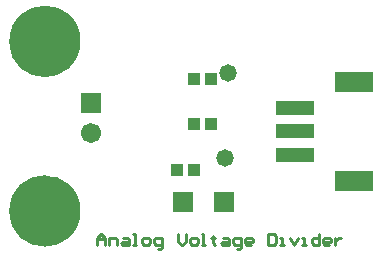
<source format=gts>
%FSLAX23Y23*%
%MOIN*%
G70*
G01*
G75*
G04 Layer_Color=8388736*
%ADD10R,0.118X0.059*%
%ADD11R,0.118X0.039*%
%ADD12R,0.059X0.059*%
%ADD13R,0.031X0.035*%
%ADD14C,0.010*%
%ADD15R,0.059X0.059*%
%ADD16C,0.059*%
%ADD17C,0.050*%
%ADD18C,0.039*%
%ADD19C,0.236*%
%ADD20C,0.008*%
%ADD21C,0.000*%
%ADD22C,0.004*%
%ADD23C,0.059*%
%ADD24R,0.126X0.067*%
%ADD25R,0.126X0.047*%
%ADD26R,0.067X0.067*%
%ADD27R,0.039X0.043*%
%ADD28R,0.067X0.067*%
%ADD29C,0.067*%
%ADD30C,0.058*%
D14*
X340Y50D02*
Y76D01*
X353Y89D01*
X366Y76D01*
Y50D01*
Y70D01*
X340D01*
X379Y50D02*
Y76D01*
X399D01*
X406Y70D01*
Y50D01*
X425Y76D02*
X438D01*
X445Y70D01*
Y50D01*
X425D01*
X419Y57D01*
X425Y63D01*
X445D01*
X458Y50D02*
X471D01*
X465D01*
Y89D01*
X458D01*
X497Y50D02*
X511D01*
X517Y57D01*
Y70D01*
X511Y76D01*
X497D01*
X491Y70D01*
Y57D01*
X497Y50D01*
X543Y37D02*
X550D01*
X556Y43D01*
Y76D01*
X537D01*
X530Y70D01*
Y57D01*
X537Y50D01*
X556D01*
X609Y89D02*
Y63D01*
X622Y50D01*
X635Y63D01*
Y89D01*
X655Y50D02*
X668D01*
X675Y57D01*
Y70D01*
X668Y76D01*
X655D01*
X648Y70D01*
Y57D01*
X655Y50D01*
X688D02*
X701D01*
X694D01*
Y89D01*
X688D01*
X727Y83D02*
Y76D01*
X720D01*
X734D01*
X727D01*
Y57D01*
X734Y50D01*
X760Y76D02*
X773D01*
X779Y70D01*
Y50D01*
X760D01*
X753Y57D01*
X760Y63D01*
X779D01*
X806Y37D02*
X812D01*
X819Y43D01*
Y76D01*
X799D01*
X793Y70D01*
Y57D01*
X799Y50D01*
X819D01*
X852D02*
X839D01*
X832Y57D01*
Y70D01*
X839Y76D01*
X852D01*
X858Y70D01*
Y63D01*
X832D01*
X911Y89D02*
Y50D01*
X930D01*
X937Y57D01*
Y83D01*
X930Y89D01*
X911D01*
X950Y50D02*
X963D01*
X957D01*
Y76D01*
X950D01*
X983D02*
X996Y50D01*
X1009Y76D01*
X1022Y50D02*
X1035D01*
X1029D01*
Y76D01*
X1022D01*
X1081Y89D02*
Y50D01*
X1062D01*
X1055Y57D01*
Y70D01*
X1062Y76D01*
X1081D01*
X1114Y50D02*
X1101D01*
X1094Y57D01*
Y70D01*
X1101Y76D01*
X1114D01*
X1121Y70D01*
Y63D01*
X1094D01*
X1134Y76D02*
Y50D01*
Y63D01*
X1140Y70D01*
X1147Y76D01*
X1153D01*
D18*
X102Y793D02*
D03*
X228D02*
D03*
X165Y819D02*
D03*
X76Y730D02*
D03*
X102Y667D02*
D03*
X165Y641D02*
D03*
X228Y667D02*
D03*
X254Y730D02*
D03*
Y165D02*
D03*
X228Y102D02*
D03*
X165Y76D02*
D03*
X102Y102D02*
D03*
X76Y165D02*
D03*
X165Y254D02*
D03*
X228Y228D02*
D03*
X102D02*
D03*
D19*
X165Y730D02*
D03*
Y165D02*
D03*
D23*
X254Y730D02*
G03*
X254Y730I-89J0D01*
G01*
Y165D02*
G03*
X254Y165I-89J0D01*
G01*
D24*
X1197Y265D02*
D03*
Y595D02*
D03*
D25*
X1000Y509D02*
D03*
Y351D02*
D03*
Y430D02*
D03*
Y509D02*
D03*
D26*
X764Y195D02*
D03*
X626D02*
D03*
D27*
X718Y455D02*
D03*
X662D02*
D03*
X662Y605D02*
D03*
X718D02*
D03*
X663Y300D02*
D03*
X607D02*
D03*
D28*
X320Y525D02*
D03*
D29*
Y425D02*
D03*
D30*
X775Y625D02*
D03*
X765Y340D02*
D03*
M02*

</source>
